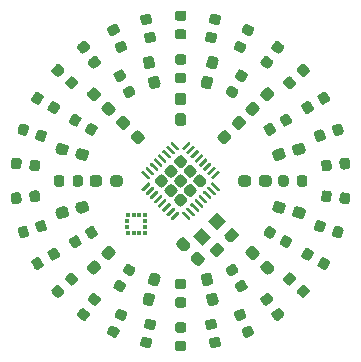
<source format=gtp>
G04 #@! TF.GenerationSoftware,KiCad,Pcbnew,5.1.6*
G04 #@! TF.CreationDate,2020-08-03T21:51:23+02:00*
G04 #@! TF.ProjectId,AnalogWatch,416e616c-6f67-4576-9174-63682e6b6963,rev?*
G04 #@! TF.SameCoordinates,Original*
G04 #@! TF.FileFunction,Paste,Top*
G04 #@! TF.FilePolarity,Positive*
%FSLAX46Y46*%
G04 Gerber Fmt 4.6, Leading zero omitted, Abs format (unit mm)*
G04 Created by KiCad (PCBNEW 5.1.6) date 2020-08-03 21:51:23*
%MOMM*%
%LPD*%
G01*
G04 APERTURE LIST*
%ADD10R,0.350000X0.375000*%
%ADD11R,0.375000X0.350000*%
%ADD12C,0.100000*%
G04 APERTURE END LIST*
D10*
X96515500Y-102921000D03*
X96015500Y-102921000D03*
X96515500Y-104446000D03*
X96015500Y-104446000D03*
X95515500Y-102921000D03*
X95515500Y-104446000D03*
X97015500Y-102921000D03*
X97015500Y-104446000D03*
D11*
X95503000Y-103433500D03*
X95503000Y-103933500D03*
X97028000Y-103933500D03*
X97028000Y-103433500D03*
G36*
G01*
X103915075Y-95774049D02*
X104250951Y-96109925D01*
G75*
G02*
X104250951Y-96445801I-167938J-167938D01*
G01*
X103844365Y-96852387D01*
G75*
G02*
X103508489Y-96852387I-167938J167938D01*
G01*
X103172613Y-96516511D01*
G75*
G02*
X103172613Y-96180635I167938J167938D01*
G01*
X103579199Y-95774049D01*
G75*
G02*
X103915075Y-95774049I167938J-167938D01*
G01*
G37*
G36*
G01*
X105152511Y-94536613D02*
X105488387Y-94872489D01*
G75*
G02*
X105488387Y-95208365I-167938J-167938D01*
G01*
X105081801Y-95614951D01*
G75*
G02*
X104745925Y-95614951I-167938J167938D01*
G01*
X104410049Y-95279075D01*
G75*
G02*
X104410049Y-94943199I167938J167938D01*
G01*
X104816635Y-94536613D01*
G75*
G02*
X105152511Y-94536613I167938J-167938D01*
G01*
G37*
G36*
G01*
X99743750Y-113550000D02*
X100256250Y-113550000D01*
G75*
G02*
X100475000Y-113768750I0J-218750D01*
G01*
X100475000Y-114206250D01*
G75*
G02*
X100256250Y-114425000I-218750J0D01*
G01*
X99743750Y-114425000D01*
G75*
G02*
X99525000Y-114206250I0J218750D01*
G01*
X99525000Y-113768750D01*
G75*
G02*
X99743750Y-113550000I218750J0D01*
G01*
G37*
G36*
G01*
X99743750Y-111975000D02*
X100256250Y-111975000D01*
G75*
G02*
X100475000Y-112193750I0J-218750D01*
G01*
X100475000Y-112631250D01*
G75*
G02*
X100256250Y-112850000I-218750J0D01*
G01*
X99743750Y-112850000D01*
G75*
G02*
X99525000Y-112631250I0J218750D01*
G01*
X99525000Y-112193750D01*
G75*
G02*
X99743750Y-111975000I218750J0D01*
G01*
G37*
G36*
G01*
X112966001Y-96056528D02*
X112807630Y-95569111D01*
G75*
G02*
X112948077Y-95293470I208044J67597D01*
G01*
X113364164Y-95158275D01*
G75*
G02*
X113639805Y-95298722I67597J-208044D01*
G01*
X113798176Y-95786139D01*
G75*
G02*
X113657729Y-96061780I-208044J-67597D01*
G01*
X113241642Y-96196975D01*
G75*
G02*
X112966001Y-96056528I-67597J208044D01*
G01*
G37*
G36*
G01*
X111468087Y-96543230D02*
X111309716Y-96055813D01*
G75*
G02*
X111450163Y-95780172I208044J67597D01*
G01*
X111866250Y-95644977D01*
G75*
G02*
X112141891Y-95785424I67597J-208044D01*
G01*
X112300262Y-96272841D01*
G75*
G02*
X112159815Y-96548482I-208044J-67597D01*
G01*
X111743728Y-96683677D01*
G75*
G02*
X111468087Y-96543230I-67597J208044D01*
G01*
G37*
G36*
G01*
X110498779Y-94234419D02*
X110242529Y-93790581D01*
G75*
G02*
X110322597Y-93491763I189443J109375D01*
G01*
X110701483Y-93273013D01*
G75*
G02*
X111000301Y-93353081I109375J-189443D01*
G01*
X111256551Y-93796919D01*
G75*
G02*
X111176483Y-94095737I-189443J-109375D01*
G01*
X110797597Y-94314487D01*
G75*
G02*
X110498779Y-94234419I-109375J189443D01*
G01*
G37*
G36*
G01*
X111862769Y-93446919D02*
X111606519Y-93003081D01*
G75*
G02*
X111686587Y-92704263I189443J109375D01*
G01*
X112065473Y-92485513D01*
G75*
G02*
X112364291Y-92565581I109375J-189443D01*
G01*
X112620541Y-93009419D01*
G75*
G02*
X112540473Y-93308237I-189443J-109375D01*
G01*
X112161587Y-93526987D01*
G75*
G02*
X111862769Y-93446919I-109375J189443D01*
G01*
G37*
G36*
G01*
X110241078Y-91123712D02*
X109898148Y-90742849D01*
G75*
G02*
X109914339Y-90433914I162563J146372D01*
G01*
X110239465Y-90141170D01*
G75*
G02*
X110548400Y-90157361I146372J-162563D01*
G01*
X110891330Y-90538223D01*
G75*
G02*
X110875139Y-90847158I-162563J-146372D01*
G01*
X110550013Y-91139902D01*
G75*
G02*
X110241078Y-91123711I-146372J162563D01*
G01*
G37*
G36*
G01*
X109070624Y-92177592D02*
X108727694Y-91796729D01*
G75*
G02*
X108743885Y-91487794I162563J146372D01*
G01*
X109069011Y-91195050D01*
G75*
G02*
X109377946Y-91211241I146372J-162563D01*
G01*
X109720876Y-91592103D01*
G75*
G02*
X109704685Y-91901038I-162563J-146372D01*
G01*
X109379559Y-92193782D01*
G75*
G02*
X109070624Y-92177591I-146372J162563D01*
G01*
G37*
G36*
G01*
X107246039Y-90462642D02*
X106831417Y-90161401D01*
G75*
G02*
X106783023Y-89855851I128578J176972D01*
G01*
X107040179Y-89501907D01*
G75*
G02*
X107345729Y-89453513I176972J-128578D01*
G01*
X107760351Y-89754753D01*
G75*
G02*
X107808745Y-90060303I-128578J-176972D01*
G01*
X107551589Y-90414247D01*
G75*
G02*
X107246039Y-90462641I-176972J128578D01*
G01*
G37*
G36*
G01*
X108171801Y-89188440D02*
X107757179Y-88887199D01*
G75*
G02*
X107708785Y-88581649I128578J176972D01*
G01*
X107965941Y-88227705D01*
G75*
G02*
X108271491Y-88179311I176972J-128578D01*
G01*
X108686113Y-88480551D01*
G75*
G02*
X108734507Y-88786101I-128578J-176972D01*
G01*
X108477351Y-89140045D01*
G75*
G02*
X108171801Y-89188439I-176972J128578D01*
G01*
G37*
G36*
G01*
X105745378Y-87725685D02*
X105277185Y-87517233D01*
G75*
G02*
X105166321Y-87228421I88974J199838D01*
G01*
X105344269Y-86828745D01*
G75*
G02*
X105633081Y-86717881I199838J-88974D01*
G01*
X106101273Y-86926333D01*
G75*
G02*
X106212137Y-87215145I-88974J-199838D01*
G01*
X106034189Y-87614821D01*
G75*
G02*
X105745377Y-87725685I-199838J88974D01*
G01*
G37*
G36*
G01*
X105104768Y-89164519D02*
X104636575Y-88956067D01*
G75*
G02*
X104525711Y-88667255I88974J199838D01*
G01*
X104703659Y-88267579D01*
G75*
G02*
X104992471Y-88156715I199838J-88974D01*
G01*
X105460663Y-88365167D01*
G75*
G02*
X105571527Y-88653979I-88974J-199838D01*
G01*
X105393579Y-89053655D01*
G75*
G02*
X105104767Y-89164519I-199838J88974D01*
G01*
G37*
G36*
G01*
X102740393Y-88339960D02*
X102239092Y-88233405D01*
G75*
G02*
X102070603Y-87973954I45481J213970D01*
G01*
X102161564Y-87546015D01*
G75*
G02*
X102421015Y-87377526I213970J-45481D01*
G01*
X102922316Y-87484081D01*
G75*
G02*
X103090805Y-87743532I-45481J-213970D01*
G01*
X102999844Y-88171471D01*
G75*
G02*
X102740393Y-88339960I-213970J45481D01*
G01*
G37*
G36*
G01*
X103067853Y-86799378D02*
X102566552Y-86692823D01*
G75*
G02*
X102398063Y-86433372I45481J213970D01*
G01*
X102489024Y-86005433D01*
G75*
G02*
X102748475Y-85836944I213970J-45481D01*
G01*
X103249776Y-85943499D01*
G75*
G02*
X103418265Y-86202950I-45481J-213970D01*
G01*
X103327304Y-86630889D01*
G75*
G02*
X103067853Y-86799378I-213970J45481D01*
G01*
G37*
G36*
G01*
X100256250Y-88025000D02*
X99743750Y-88025000D01*
G75*
G02*
X99525000Y-87806250I0J218750D01*
G01*
X99525000Y-87368750D01*
G75*
G02*
X99743750Y-87150000I218750J0D01*
G01*
X100256250Y-87150000D01*
G75*
G02*
X100475000Y-87368750I0J-218750D01*
G01*
X100475000Y-87806250D01*
G75*
G02*
X100256250Y-88025000I-218750J0D01*
G01*
G37*
G36*
G01*
X100256250Y-86450000D02*
X99743750Y-86450000D01*
G75*
G02*
X99525000Y-86231250I0J218750D01*
G01*
X99525000Y-85793750D01*
G75*
G02*
X99743750Y-85575000I218750J0D01*
G01*
X100256250Y-85575000D01*
G75*
G02*
X100475000Y-85793750I0J-218750D01*
G01*
X100475000Y-86231250D01*
G75*
G02*
X100256250Y-86450000I-218750J0D01*
G01*
G37*
G36*
G01*
X97433448Y-86692823D02*
X96932147Y-86799378D01*
G75*
G02*
X96672696Y-86630889I-45481J213970D01*
G01*
X96581735Y-86202950D01*
G75*
G02*
X96750224Y-85943499I213970J45481D01*
G01*
X97251525Y-85836944D01*
G75*
G02*
X97510976Y-86005433I45481J-213970D01*
G01*
X97601937Y-86433372D01*
G75*
G02*
X97433448Y-86692823I-213970J-45481D01*
G01*
G37*
G36*
G01*
X97760908Y-88233405D02*
X97259607Y-88339960D01*
G75*
G02*
X97000156Y-88171471I-45481J213970D01*
G01*
X96909195Y-87743532D01*
G75*
G02*
X97077684Y-87484081I213970J45481D01*
G01*
X97578985Y-87377526D01*
G75*
G02*
X97838436Y-87546015I45481J-213970D01*
G01*
X97929397Y-87973954D01*
G75*
G02*
X97760908Y-88233405I-213970J-45481D01*
G01*
G37*
G36*
G01*
X95363424Y-88956067D02*
X94895233Y-89164519D01*
G75*
G02*
X94606421Y-89053655I-88974J199838D01*
G01*
X94428473Y-88653979D01*
G75*
G02*
X94539337Y-88365167I199838J88974D01*
G01*
X95007529Y-88156715D01*
G75*
G02*
X95296341Y-88267579I88974J-199838D01*
G01*
X95474289Y-88667255D01*
G75*
G02*
X95363425Y-88956067I-199838J-88974D01*
G01*
G37*
G36*
G01*
X94722814Y-87517233D02*
X94254623Y-87725685D01*
G75*
G02*
X93965811Y-87614821I-88974J199838D01*
G01*
X93787863Y-87215145D01*
G75*
G02*
X93898727Y-86926333I199838J88974D01*
G01*
X94366919Y-86717881D01*
G75*
G02*
X94655731Y-86828745I88974J-199838D01*
G01*
X94833679Y-87228421D01*
G75*
G02*
X94722815Y-87517233I-199838J-88974D01*
G01*
G37*
G36*
G01*
X102566552Y-113307177D02*
X103067853Y-113200622D01*
G75*
G02*
X103327304Y-113369111I45481J-213970D01*
G01*
X103418265Y-113797050D01*
G75*
G02*
X103249776Y-114056501I-213970J-45481D01*
G01*
X102748475Y-114163056D01*
G75*
G02*
X102489024Y-113994567I-45481J213970D01*
G01*
X102398063Y-113566628D01*
G75*
G02*
X102566552Y-113307177I213970J45481D01*
G01*
G37*
G36*
G01*
X102239092Y-111766595D02*
X102740393Y-111660040D01*
G75*
G02*
X102999844Y-111828529I45481J-213970D01*
G01*
X103090805Y-112256468D01*
G75*
G02*
X102922316Y-112515919I-213970J-45481D01*
G01*
X102421015Y-112622474D01*
G75*
G02*
X102161564Y-112453985I-45481J213970D01*
G01*
X102070603Y-112026046D01*
G75*
G02*
X102239092Y-111766595I213970J45481D01*
G01*
G37*
G36*
G01*
X104636576Y-111043933D02*
X105104767Y-110835481D01*
G75*
G02*
X105393579Y-110946345I88974J-199838D01*
G01*
X105571527Y-111346021D01*
G75*
G02*
X105460663Y-111634833I-199838J-88974D01*
G01*
X104992471Y-111843285D01*
G75*
G02*
X104703659Y-111732421I-88974J199838D01*
G01*
X104525711Y-111332745D01*
G75*
G02*
X104636575Y-111043933I199838J88974D01*
G01*
G37*
G36*
G01*
X105277186Y-112482767D02*
X105745377Y-112274315D01*
G75*
G02*
X106034189Y-112385179I88974J-199838D01*
G01*
X106212137Y-112784855D01*
G75*
G02*
X106101273Y-113073667I-199838J-88974D01*
G01*
X105633081Y-113282119D01*
G75*
G02*
X105344269Y-113171255I-88974J199838D01*
G01*
X105166321Y-112771579D01*
G75*
G02*
X105277185Y-112482767I199838J88974D01*
G01*
G37*
G36*
G01*
X107757179Y-111112800D02*
X108171801Y-110811561D01*
G75*
G02*
X108477351Y-110859955I128578J-176972D01*
G01*
X108734507Y-111213899D01*
G75*
G02*
X108686113Y-111519449I-176972J-128578D01*
G01*
X108271491Y-111820689D01*
G75*
G02*
X107965941Y-111772295I-128578J176972D01*
G01*
X107708785Y-111418351D01*
G75*
G02*
X107757179Y-111112801I176972J128578D01*
G01*
G37*
G36*
G01*
X106831417Y-109838598D02*
X107246039Y-109537359D01*
G75*
G02*
X107551589Y-109585753I128578J-176972D01*
G01*
X107808745Y-109939697D01*
G75*
G02*
X107760351Y-110245247I-176972J-128578D01*
G01*
X107345729Y-110546487D01*
G75*
G02*
X107040179Y-110498093I-128578J176972D01*
G01*
X106783023Y-110144149D01*
G75*
G02*
X106831417Y-109838599I176972J128578D01*
G01*
G37*
G36*
G01*
X108727694Y-108203270D02*
X109070624Y-107822409D01*
G75*
G02*
X109379559Y-107806218I162563J-146372D01*
G01*
X109704685Y-108098962D01*
G75*
G02*
X109720876Y-108407897I-146372J-162563D01*
G01*
X109377946Y-108788759D01*
G75*
G02*
X109069011Y-108804950I-162563J146372D01*
G01*
X108743885Y-108512206D01*
G75*
G02*
X108727694Y-108203271I146372J162563D01*
G01*
G37*
G36*
G01*
X109898148Y-109257150D02*
X110241078Y-108876289D01*
G75*
G02*
X110550013Y-108860098I162563J-146372D01*
G01*
X110875139Y-109152842D01*
G75*
G02*
X110891330Y-109461777I-146372J-162563D01*
G01*
X110548400Y-109842639D01*
G75*
G02*
X110239465Y-109858830I-162563J146372D01*
G01*
X109914339Y-109566086D01*
G75*
G02*
X109898148Y-109257151I146372J162563D01*
G01*
G37*
G36*
G01*
X111606519Y-106996919D02*
X111862769Y-106553081D01*
G75*
G02*
X112161587Y-106473013I189443J-109375D01*
G01*
X112540473Y-106691763D01*
G75*
G02*
X112620541Y-106990581I-109375J-189443D01*
G01*
X112364291Y-107434419D01*
G75*
G02*
X112065473Y-107514487I-189443J109375D01*
G01*
X111686587Y-107295737D01*
G75*
G02*
X111606519Y-106996919I109375J189443D01*
G01*
G37*
G36*
G01*
X110242529Y-106209419D02*
X110498779Y-105765581D01*
G75*
G02*
X110797597Y-105685513I189443J-109375D01*
G01*
X111176483Y-105904263D01*
G75*
G02*
X111256551Y-106203081I-109375J-189443D01*
G01*
X111000301Y-106646919D01*
G75*
G02*
X110701483Y-106726987I-189443J109375D01*
G01*
X110322597Y-106508237D01*
G75*
G02*
X110242529Y-106209419I109375J189443D01*
G01*
G37*
G36*
G01*
X111309716Y-103944186D02*
X111468087Y-103456770D01*
G75*
G02*
X111743728Y-103316323I208044J-67597D01*
G01*
X112159815Y-103451518D01*
G75*
G02*
X112300262Y-103727159I-67597J-208044D01*
G01*
X112141891Y-104214576D01*
G75*
G02*
X111866250Y-104355023I-208044J67597D01*
G01*
X111450163Y-104219828D01*
G75*
G02*
X111309716Y-103944187I67597J208044D01*
G01*
G37*
G36*
G01*
X112807630Y-104430888D02*
X112966001Y-103943472D01*
G75*
G02*
X113241642Y-103803025I208044J-67597D01*
G01*
X113657729Y-103938220D01*
G75*
G02*
X113798176Y-104213861I-67597J-208044D01*
G01*
X113639805Y-104701278D01*
G75*
G02*
X113364164Y-104841725I-208044J67597D01*
G01*
X112948077Y-104706530D01*
G75*
G02*
X112807630Y-104430889I67597J208044D01*
G01*
G37*
G36*
G01*
X111882614Y-101506575D02*
X111936185Y-100996882D01*
G75*
G02*
X112176603Y-100802196I217552J-22866D01*
G01*
X112611706Y-100847927D01*
G75*
G02*
X112806392Y-101088345I-22866J-217552D01*
G01*
X112752821Y-101598038D01*
G75*
G02*
X112512403Y-101792724I-217552J22866D01*
G01*
X112077300Y-101746993D01*
G75*
G02*
X111882614Y-101506575I22866J217552D01*
G01*
G37*
G36*
G01*
X113448986Y-101671207D02*
X113502557Y-101161514D01*
G75*
G02*
X113742975Y-100966828I217552J-22866D01*
G01*
X114178078Y-101012559D01*
G75*
G02*
X114372764Y-101252977I-22866J-217552D01*
G01*
X114319193Y-101762670D01*
G75*
G02*
X114078775Y-101957356I-217552J22866D01*
G01*
X113643672Y-101911625D01*
G75*
G02*
X113448986Y-101671207I22866J217552D01*
G01*
G37*
G36*
G01*
X111936185Y-99003117D02*
X111882614Y-98493425D01*
G75*
G02*
X112077300Y-98253007I217552J22866D01*
G01*
X112512403Y-98207276D01*
G75*
G02*
X112752821Y-98401962I22866J-217552D01*
G01*
X112806392Y-98911655D01*
G75*
G02*
X112611706Y-99152073I-217552J-22866D01*
G01*
X112176603Y-99197804D01*
G75*
G02*
X111936185Y-99003118I-22866J217552D01*
G01*
G37*
G36*
G01*
X113502557Y-98838485D02*
X113448986Y-98328793D01*
G75*
G02*
X113643672Y-98088375I217552J22866D01*
G01*
X114078775Y-98042644D01*
G75*
G02*
X114319193Y-98237330I22866J-217552D01*
G01*
X114372764Y-98747023D01*
G75*
G02*
X114178078Y-98987441I-217552J-22866D01*
G01*
X113742975Y-99033172D01*
G75*
G02*
X113502557Y-98838486I-22866J217552D01*
G01*
G37*
G36*
G01*
X87033999Y-103943472D02*
X87192370Y-104430889D01*
G75*
G02*
X87051923Y-104706530I-208044J-67597D01*
G01*
X86635836Y-104841725D01*
G75*
G02*
X86360195Y-104701278I-67597J208044D01*
G01*
X86201824Y-104213861D01*
G75*
G02*
X86342271Y-103938220I208044J67597D01*
G01*
X86758358Y-103803025D01*
G75*
G02*
X87033999Y-103943472I67597J-208044D01*
G01*
G37*
G36*
G01*
X88531913Y-103456770D02*
X88690284Y-103944187D01*
G75*
G02*
X88549837Y-104219828I-208044J-67597D01*
G01*
X88133750Y-104355023D01*
G75*
G02*
X87858109Y-104214576I-67597J208044D01*
G01*
X87699738Y-103727159D01*
G75*
G02*
X87840185Y-103451518I208044J67597D01*
G01*
X88256272Y-103316323D01*
G75*
G02*
X88531913Y-103456770I67597J-208044D01*
G01*
G37*
G36*
G01*
X89501221Y-105765581D02*
X89757471Y-106209419D01*
G75*
G02*
X89677403Y-106508237I-189443J-109375D01*
G01*
X89298517Y-106726987D01*
G75*
G02*
X88999699Y-106646919I-109375J189443D01*
G01*
X88743449Y-106203081D01*
G75*
G02*
X88823517Y-105904263I189443J109375D01*
G01*
X89202403Y-105685513D01*
G75*
G02*
X89501221Y-105765581I109375J-189443D01*
G01*
G37*
G36*
G01*
X88137231Y-106553081D02*
X88393481Y-106996919D01*
G75*
G02*
X88313413Y-107295737I-189443J-109375D01*
G01*
X87934527Y-107514487D01*
G75*
G02*
X87635709Y-107434419I-109375J189443D01*
G01*
X87379459Y-106990581D01*
G75*
G02*
X87459527Y-106691763I189443J109375D01*
G01*
X87838413Y-106473013D01*
G75*
G02*
X88137231Y-106553081I109375J-189443D01*
G01*
G37*
G36*
G01*
X89758922Y-108876288D02*
X90101852Y-109257151D01*
G75*
G02*
X90085661Y-109566086I-162563J-146372D01*
G01*
X89760535Y-109858830D01*
G75*
G02*
X89451600Y-109842639I-146372J162563D01*
G01*
X89108670Y-109461777D01*
G75*
G02*
X89124861Y-109152842I162563J146372D01*
G01*
X89449987Y-108860098D01*
G75*
G02*
X89758922Y-108876289I146372J-162563D01*
G01*
G37*
G36*
G01*
X90929376Y-107822408D02*
X91272306Y-108203271D01*
G75*
G02*
X91256115Y-108512206I-162563J-146372D01*
G01*
X90930989Y-108804950D01*
G75*
G02*
X90622054Y-108788759I-146372J162563D01*
G01*
X90279124Y-108407897D01*
G75*
G02*
X90295315Y-108098962I162563J146372D01*
G01*
X90620441Y-107806218D01*
G75*
G02*
X90929376Y-107822409I146372J-162563D01*
G01*
G37*
G36*
G01*
X92753961Y-109537358D02*
X93168583Y-109838599D01*
G75*
G02*
X93216977Y-110144149I-128578J-176972D01*
G01*
X92959821Y-110498093D01*
G75*
G02*
X92654271Y-110546487I-176972J128578D01*
G01*
X92239649Y-110245247D01*
G75*
G02*
X92191255Y-109939697I128578J176972D01*
G01*
X92448411Y-109585753D01*
G75*
G02*
X92753961Y-109537359I176972J-128578D01*
G01*
G37*
G36*
G01*
X91828199Y-110811560D02*
X92242821Y-111112801D01*
G75*
G02*
X92291215Y-111418351I-128578J-176972D01*
G01*
X92034059Y-111772295D01*
G75*
G02*
X91728509Y-111820689I-176972J128578D01*
G01*
X91313887Y-111519449D01*
G75*
G02*
X91265493Y-111213899I128578J176972D01*
G01*
X91522649Y-110859955D01*
G75*
G02*
X91828199Y-110811561I176972J-128578D01*
G01*
G37*
G36*
G01*
X94254622Y-112274315D02*
X94722815Y-112482767D01*
G75*
G02*
X94833679Y-112771579I-88974J-199838D01*
G01*
X94655731Y-113171255D01*
G75*
G02*
X94366919Y-113282119I-199838J88974D01*
G01*
X93898727Y-113073667D01*
G75*
G02*
X93787863Y-112784855I88974J199838D01*
G01*
X93965811Y-112385179D01*
G75*
G02*
X94254623Y-112274315I199838J-88974D01*
G01*
G37*
G36*
G01*
X94895232Y-110835481D02*
X95363425Y-111043933D01*
G75*
G02*
X95474289Y-111332745I-88974J-199838D01*
G01*
X95296341Y-111732421D01*
G75*
G02*
X95007529Y-111843285I-199838J88974D01*
G01*
X94539337Y-111634833D01*
G75*
G02*
X94428473Y-111346021I88974J199838D01*
G01*
X94606421Y-110946345D01*
G75*
G02*
X94895233Y-110835481I199838J-88974D01*
G01*
G37*
G36*
G01*
X96932147Y-113200622D02*
X97433448Y-113307177D01*
G75*
G02*
X97601937Y-113566628I-45481J-213970D01*
G01*
X97510976Y-113994567D01*
G75*
G02*
X97251525Y-114163056I-213970J45481D01*
G01*
X96750224Y-114056501D01*
G75*
G02*
X96581735Y-113797050I45481J213970D01*
G01*
X96672696Y-113369111D01*
G75*
G02*
X96932147Y-113200622I213970J-45481D01*
G01*
G37*
G36*
G01*
X97259607Y-111660040D02*
X97760908Y-111766595D01*
G75*
G02*
X97929397Y-112026046I-45481J-213970D01*
G01*
X97838436Y-112453985D01*
G75*
G02*
X97578985Y-112622474I-213970J45481D01*
G01*
X97077684Y-112515919D01*
G75*
G02*
X96909195Y-112256468I45481J213970D01*
G01*
X97000156Y-111828529D01*
G75*
G02*
X97259607Y-111660040I213970J-45481D01*
G01*
G37*
G36*
G01*
X93168583Y-90161402D02*
X92753961Y-90462641D01*
G75*
G02*
X92448411Y-90414247I-128578J176972D01*
G01*
X92191255Y-90060303D01*
G75*
G02*
X92239649Y-89754753I176972J128578D01*
G01*
X92654271Y-89453513D01*
G75*
G02*
X92959821Y-89501907I128578J-176972D01*
G01*
X93216977Y-89855851D01*
G75*
G02*
X93168583Y-90161401I-176972J-128578D01*
G01*
G37*
G36*
G01*
X92242821Y-88887200D02*
X91828199Y-89188439D01*
G75*
G02*
X91522649Y-89140045I-128578J176972D01*
G01*
X91265493Y-88786101D01*
G75*
G02*
X91313887Y-88480551I176972J128578D01*
G01*
X91728509Y-88179311D01*
G75*
G02*
X92034059Y-88227705I128578J-176972D01*
G01*
X92291215Y-88581649D01*
G75*
G02*
X92242821Y-88887199I-176972J-128578D01*
G01*
G37*
G36*
G01*
X90101852Y-90742850D02*
X89758922Y-91123711D01*
G75*
G02*
X89449987Y-91139902I-162563J146372D01*
G01*
X89124861Y-90847158D01*
G75*
G02*
X89108670Y-90538223I146372J162563D01*
G01*
X89451600Y-90157361D01*
G75*
G02*
X89760535Y-90141170I162563J-146372D01*
G01*
X90085661Y-90433914D01*
G75*
G02*
X90101852Y-90742849I-146372J-162563D01*
G01*
G37*
G36*
G01*
X91272306Y-91796730D02*
X90929376Y-92177591D01*
G75*
G02*
X90620441Y-92193782I-162563J146372D01*
G01*
X90295315Y-91901038D01*
G75*
G02*
X90279124Y-91592103I146372J162563D01*
G01*
X90622054Y-91211241D01*
G75*
G02*
X90930989Y-91195050I162563J-146372D01*
G01*
X91256115Y-91487794D01*
G75*
G02*
X91272306Y-91796729I-146372J-162563D01*
G01*
G37*
G36*
G01*
X89757471Y-93790581D02*
X89501221Y-94234419D01*
G75*
G02*
X89202403Y-94314487I-189443J109375D01*
G01*
X88823517Y-94095737D01*
G75*
G02*
X88743449Y-93796919I109375J189443D01*
G01*
X88999699Y-93353081D01*
G75*
G02*
X89298517Y-93273013I189443J-109375D01*
G01*
X89677403Y-93491763D01*
G75*
G02*
X89757471Y-93790581I-109375J-189443D01*
G01*
G37*
G36*
G01*
X88393481Y-93003081D02*
X88137231Y-93446919D01*
G75*
G02*
X87838413Y-93526987I-189443J109375D01*
G01*
X87459527Y-93308237D01*
G75*
G02*
X87379459Y-93009419I109375J189443D01*
G01*
X87635709Y-92565581D01*
G75*
G02*
X87934527Y-92485513I189443J-109375D01*
G01*
X88313413Y-92704263D01*
G75*
G02*
X88393481Y-93003081I-109375J-189443D01*
G01*
G37*
G36*
G01*
X87192370Y-95569112D02*
X87033999Y-96056528D01*
G75*
G02*
X86758358Y-96196975I-208044J67597D01*
G01*
X86342271Y-96061780D01*
G75*
G02*
X86201824Y-95786139I67597J208044D01*
G01*
X86360195Y-95298722D01*
G75*
G02*
X86635836Y-95158275I208044J-67597D01*
G01*
X87051923Y-95293470D01*
G75*
G02*
X87192370Y-95569111I-67597J-208044D01*
G01*
G37*
G36*
G01*
X88690284Y-96055814D02*
X88531913Y-96543230D01*
G75*
G02*
X88256272Y-96683677I-208044J67597D01*
G01*
X87840185Y-96548482D01*
G75*
G02*
X87699738Y-96272841I67597J208044D01*
G01*
X87858109Y-95785424D01*
G75*
G02*
X88133750Y-95644977I208044J-67597D01*
G01*
X88549837Y-95780172D01*
G75*
G02*
X88690284Y-96055813I-67597J-208044D01*
G01*
G37*
G36*
G01*
X86551014Y-98328793D02*
X86497443Y-98838486D01*
G75*
G02*
X86257025Y-99033172I-217552J22866D01*
G01*
X85821922Y-98987441D01*
G75*
G02*
X85627236Y-98747023I22866J217552D01*
G01*
X85680807Y-98237330D01*
G75*
G02*
X85921225Y-98042644I217552J-22866D01*
G01*
X86356328Y-98088375D01*
G75*
G02*
X86551014Y-98328793I-22866J-217552D01*
G01*
G37*
G36*
G01*
X88117386Y-98493425D02*
X88063815Y-99003118D01*
G75*
G02*
X87823397Y-99197804I-217552J22866D01*
G01*
X87388294Y-99152073D01*
G75*
G02*
X87193608Y-98911655I22866J217552D01*
G01*
X87247179Y-98401962D01*
G75*
G02*
X87487597Y-98207276I217552J-22866D01*
G01*
X87922700Y-98253007D01*
G75*
G02*
X88117386Y-98493425I-22866J-217552D01*
G01*
G37*
G36*
G01*
X88063815Y-100996883D02*
X88117386Y-101506575D01*
G75*
G02*
X87922700Y-101746993I-217552J-22866D01*
G01*
X87487597Y-101792724D01*
G75*
G02*
X87247179Y-101598038I-22866J217552D01*
G01*
X87193608Y-101088345D01*
G75*
G02*
X87388294Y-100847927I217552J22866D01*
G01*
X87823397Y-100802196D01*
G75*
G02*
X88063815Y-100996882I22866J-217552D01*
G01*
G37*
G36*
G01*
X86497443Y-101161515D02*
X86551014Y-101671207D01*
G75*
G02*
X86356328Y-101911625I-217552J-22866D01*
G01*
X85921225Y-101957356D01*
G75*
G02*
X85680807Y-101762670I-22866J217552D01*
G01*
X85627236Y-101252977D01*
G75*
G02*
X85821922Y-101012559I217552J22866D01*
G01*
X86257025Y-100966828D01*
G75*
G02*
X86497443Y-101161514I22866J-217552D01*
G01*
G37*
G36*
G01*
X107294485Y-96084419D02*
X107038235Y-95640581D01*
G75*
G02*
X107118303Y-95341763I189443J109375D01*
G01*
X107497189Y-95123013D01*
G75*
G02*
X107796007Y-95203081I109375J-189443D01*
G01*
X108052257Y-95646919D01*
G75*
G02*
X107972189Y-95945737I-189443J-109375D01*
G01*
X107593303Y-96164487D01*
G75*
G02*
X107294485Y-96084419I-109375J189443D01*
G01*
G37*
G36*
G01*
X108658475Y-95296919D02*
X108402225Y-94853081D01*
G75*
G02*
X108482293Y-94554263I189443J109375D01*
G01*
X108861179Y-94335513D01*
G75*
G02*
X109159997Y-94415581I109375J-189443D01*
G01*
X109416247Y-94859419D01*
G75*
G02*
X109336179Y-95158237I-189443J-109375D01*
G01*
X108957293Y-95376987D01*
G75*
G02*
X108658475Y-95296919I-109375J189443D01*
G01*
G37*
G36*
G01*
X105146919Y-91597775D02*
X104703081Y-91341525D01*
G75*
G02*
X104623013Y-91042707I109375J189443D01*
G01*
X104841763Y-90663821D01*
G75*
G02*
X105140581Y-90583753I189443J-109375D01*
G01*
X105584419Y-90840003D01*
G75*
G02*
X105664487Y-91138821I-109375J-189443D01*
G01*
X105445737Y-91517707D01*
G75*
G02*
X105146919Y-91597775I-189443J109375D01*
G01*
G37*
G36*
G01*
X104359419Y-92961765D02*
X103915581Y-92705515D01*
G75*
G02*
X103835513Y-92406697I109375J189443D01*
G01*
X104054263Y-92027811D01*
G75*
G02*
X104353081Y-91947743I189443J-109375D01*
G01*
X104796919Y-92203993D01*
G75*
G02*
X104876987Y-92502811I-109375J-189443D01*
G01*
X104658237Y-92881697D01*
G75*
G02*
X104359419Y-92961765I-189443J109375D01*
G01*
G37*
G36*
G01*
X100256250Y-90150000D02*
X99743750Y-90150000D01*
G75*
G02*
X99525000Y-89931250I0J218750D01*
G01*
X99525000Y-89493750D01*
G75*
G02*
X99743750Y-89275000I218750J0D01*
G01*
X100256250Y-89275000D01*
G75*
G02*
X100475000Y-89493750I0J-218750D01*
G01*
X100475000Y-89931250D01*
G75*
G02*
X100256250Y-90150000I-218750J0D01*
G01*
G37*
G36*
G01*
X100256250Y-91725000D02*
X99743750Y-91725000D01*
G75*
G02*
X99525000Y-91506250I0J218750D01*
G01*
X99525000Y-91068750D01*
G75*
G02*
X99743750Y-90850000I218750J0D01*
G01*
X100256250Y-90850000D01*
G75*
G02*
X100475000Y-91068750I0J-218750D01*
G01*
X100475000Y-91506250D01*
G75*
G02*
X100256250Y-91725000I-218750J0D01*
G01*
G37*
G36*
G01*
X103915581Y-107294485D02*
X104359419Y-107038235D01*
G75*
G02*
X104658237Y-107118303I109375J-189443D01*
G01*
X104876987Y-107497189D01*
G75*
G02*
X104796919Y-107796007I-189443J-109375D01*
G01*
X104353081Y-108052257D01*
G75*
G02*
X104054263Y-107972189I-109375J189443D01*
G01*
X103835513Y-107593303D01*
G75*
G02*
X103915581Y-107294485I189443J109375D01*
G01*
G37*
G36*
G01*
X104703081Y-108658475D02*
X105146919Y-108402225D01*
G75*
G02*
X105445737Y-108482293I109375J-189443D01*
G01*
X105664487Y-108861179D01*
G75*
G02*
X105584419Y-109159997I-189443J-109375D01*
G01*
X105140581Y-109416247D01*
G75*
G02*
X104841763Y-109336179I-109375J189443D01*
G01*
X104623013Y-108957293D01*
G75*
G02*
X104703081Y-108658475I189443J109375D01*
G01*
G37*
G36*
G01*
X108402225Y-105146919D02*
X108658475Y-104703081D01*
G75*
G02*
X108957293Y-104623013I189443J-109375D01*
G01*
X109336179Y-104841763D01*
G75*
G02*
X109416247Y-105140581I-109375J-189443D01*
G01*
X109159997Y-105584419D01*
G75*
G02*
X108861179Y-105664487I-189443J109375D01*
G01*
X108482293Y-105445737D01*
G75*
G02*
X108402225Y-105146919I109375J189443D01*
G01*
G37*
G36*
G01*
X107038235Y-104359419D02*
X107294485Y-103915581D01*
G75*
G02*
X107593303Y-103835513I189443J-109375D01*
G01*
X107972189Y-104054263D01*
G75*
G02*
X108052257Y-104353081I-109375J-189443D01*
G01*
X107796007Y-104796919D01*
G75*
G02*
X107497189Y-104876987I-189443J109375D01*
G01*
X107118303Y-104658237D01*
G75*
G02*
X107038235Y-104359419I109375J189443D01*
G01*
G37*
G36*
G01*
X109850000Y-100256250D02*
X109850000Y-99743750D01*
G75*
G02*
X110068750Y-99525000I218750J0D01*
G01*
X110506250Y-99525000D01*
G75*
G02*
X110725000Y-99743750I0J-218750D01*
G01*
X110725000Y-100256250D01*
G75*
G02*
X110506250Y-100475000I-218750J0D01*
G01*
X110068750Y-100475000D01*
G75*
G02*
X109850000Y-100256250I0J218750D01*
G01*
G37*
G36*
G01*
X108275000Y-100256250D02*
X108275000Y-99743750D01*
G75*
G02*
X108493750Y-99525000I218750J0D01*
G01*
X108931250Y-99525000D01*
G75*
G02*
X109150000Y-99743750I0J-218750D01*
G01*
X109150000Y-100256250D01*
G75*
G02*
X108931250Y-100475000I-218750J0D01*
G01*
X108493750Y-100475000D01*
G75*
G02*
X108275000Y-100256250I0J218750D01*
G01*
G37*
G36*
G01*
X91341525Y-104703081D02*
X91597775Y-105146919D01*
G75*
G02*
X91517707Y-105445737I-189443J-109375D01*
G01*
X91138821Y-105664487D01*
G75*
G02*
X90840003Y-105584419I-109375J189443D01*
G01*
X90583753Y-105140581D01*
G75*
G02*
X90663821Y-104841763I189443J109375D01*
G01*
X91042707Y-104623013D01*
G75*
G02*
X91341525Y-104703081I109375J-189443D01*
G01*
G37*
G36*
G01*
X92705515Y-103915581D02*
X92961765Y-104359419D01*
G75*
G02*
X92881697Y-104658237I-189443J-109375D01*
G01*
X92502811Y-104876987D01*
G75*
G02*
X92203993Y-104796919I-109375J189443D01*
G01*
X91947743Y-104353081D01*
G75*
G02*
X92027811Y-104054263I189443J109375D01*
G01*
X92406697Y-103835513D01*
G75*
G02*
X92705515Y-103915581I109375J-189443D01*
G01*
G37*
G36*
G01*
X95640581Y-107038235D02*
X96084419Y-107294485D01*
G75*
G02*
X96164487Y-107593303I-109375J-189443D01*
G01*
X95945737Y-107972189D01*
G75*
G02*
X95646919Y-108052257I-189443J109375D01*
G01*
X95203081Y-107796007D01*
G75*
G02*
X95123013Y-107497189I109375J189443D01*
G01*
X95341763Y-107118303D01*
G75*
G02*
X95640581Y-107038235I189443J-109375D01*
G01*
G37*
G36*
G01*
X94853081Y-108402225D02*
X95296919Y-108658475D01*
G75*
G02*
X95376987Y-108957293I-109375J-189443D01*
G01*
X95158237Y-109336179D01*
G75*
G02*
X94859419Y-109416247I-189443J109375D01*
G01*
X94415581Y-109159997D01*
G75*
G02*
X94335513Y-108861179I109375J189443D01*
G01*
X94554263Y-108482293D01*
G75*
G02*
X94853081Y-108402225I189443J-109375D01*
G01*
G37*
G36*
G01*
X99743750Y-109850000D02*
X100256250Y-109850000D01*
G75*
G02*
X100475000Y-110068750I0J-218750D01*
G01*
X100475000Y-110506250D01*
G75*
G02*
X100256250Y-110725000I-218750J0D01*
G01*
X99743750Y-110725000D01*
G75*
G02*
X99525000Y-110506250I0J218750D01*
G01*
X99525000Y-110068750D01*
G75*
G02*
X99743750Y-109850000I218750J0D01*
G01*
G37*
G36*
G01*
X99743750Y-108275000D02*
X100256250Y-108275000D01*
G75*
G02*
X100475000Y-108493750I0J-218750D01*
G01*
X100475000Y-108931250D01*
G75*
G02*
X100256250Y-109150000I-218750J0D01*
G01*
X99743750Y-109150000D01*
G75*
G02*
X99525000Y-108931250I0J218750D01*
G01*
X99525000Y-108493750D01*
G75*
G02*
X99743750Y-108275000I218750J0D01*
G01*
G37*
G36*
G01*
X95296919Y-91341525D02*
X94853081Y-91597775D01*
G75*
G02*
X94554263Y-91517707I-109375J189443D01*
G01*
X94335513Y-91138821D01*
G75*
G02*
X94415581Y-90840003I189443J109375D01*
G01*
X94859419Y-90583753D01*
G75*
G02*
X95158237Y-90663821I109375J-189443D01*
G01*
X95376987Y-91042707D01*
G75*
G02*
X95296919Y-91341525I-189443J-109375D01*
G01*
G37*
G36*
G01*
X96084419Y-92705515D02*
X95640581Y-92961765D01*
G75*
G02*
X95341763Y-92881697I-109375J189443D01*
G01*
X95123013Y-92502811D01*
G75*
G02*
X95203081Y-92203993I189443J109375D01*
G01*
X95646919Y-91947743D01*
G75*
G02*
X95945737Y-92027811I109375J-189443D01*
G01*
X96164487Y-92406697D01*
G75*
G02*
X96084419Y-92705515I-189443J-109375D01*
G01*
G37*
G36*
G01*
X92961765Y-95640581D02*
X92705515Y-96084419D01*
G75*
G02*
X92406697Y-96164487I-189443J109375D01*
G01*
X92027811Y-95945737D01*
G75*
G02*
X91947743Y-95646919I109375J189443D01*
G01*
X92203993Y-95203081D01*
G75*
G02*
X92502811Y-95123013I189443J-109375D01*
G01*
X92881697Y-95341763D01*
G75*
G02*
X92961765Y-95640581I-109375J-189443D01*
G01*
G37*
G36*
G01*
X91597775Y-94853081D02*
X91341525Y-95296919D01*
G75*
G02*
X91042707Y-95376987I-189443J109375D01*
G01*
X90663821Y-95158237D01*
G75*
G02*
X90583753Y-94859419I109375J189443D01*
G01*
X90840003Y-94415581D01*
G75*
G02*
X91138821Y-94335513I189443J-109375D01*
G01*
X91517707Y-94554263D01*
G75*
G02*
X91597775Y-94853081I-109375J-189443D01*
G01*
G37*
G36*
G01*
X91725000Y-99743750D02*
X91725000Y-100256250D01*
G75*
G02*
X91506250Y-100475000I-218750J0D01*
G01*
X91068750Y-100475000D01*
G75*
G02*
X90850000Y-100256250I0J218750D01*
G01*
X90850000Y-99743750D01*
G75*
G02*
X91068750Y-99525000I218750J0D01*
G01*
X91506250Y-99525000D01*
G75*
G02*
X91725000Y-99743750I0J-218750D01*
G01*
G37*
G36*
G01*
X90150000Y-99743750D02*
X90150000Y-100256250D01*
G75*
G02*
X89931250Y-100475000I-218750J0D01*
G01*
X89493750Y-100475000D01*
G75*
G02*
X89275000Y-100256250I0J218750D01*
G01*
X89275000Y-99743750D01*
G75*
G02*
X89493750Y-99525000I218750J0D01*
G01*
X89931250Y-99525000D01*
G75*
G02*
X90150000Y-99743750I0J-218750D01*
G01*
G37*
G36*
G01*
X96949465Y-89532878D02*
X97408279Y-89409940D01*
G75*
G02*
X97699156Y-89577877I61470J-229407D01*
G01*
X97847977Y-90133284D01*
G75*
G02*
X97680040Y-90424161I-229407J-61470D01*
G01*
X97221225Y-90547100D01*
G75*
G02*
X96930348Y-90379163I-61470J229407D01*
G01*
X96781527Y-89823756D01*
G75*
G02*
X96949464Y-89532879I229407J61470D01*
G01*
G37*
G36*
G01*
X97402399Y-91223248D02*
X97861213Y-91100310D01*
G75*
G02*
X98152090Y-91268247I61470J-229407D01*
G01*
X98300911Y-91823654D01*
G75*
G02*
X98132974Y-92114531I-229407J-61470D01*
G01*
X97674159Y-92237470D01*
G75*
G02*
X97383282Y-92069533I-61470J229407D01*
G01*
X97234461Y-91514126D01*
G75*
G02*
X97402398Y-91223249I229407J61470D01*
G01*
G37*
G36*
G01*
X102591721Y-89409939D02*
X103050536Y-89532879D01*
G75*
G02*
X103218473Y-89823756I-61470J-229407D01*
G01*
X103069652Y-90379163D01*
G75*
G02*
X102778775Y-90547100I-229407J61470D01*
G01*
X102319960Y-90424161D01*
G75*
G02*
X102152023Y-90133284I61470J229407D01*
G01*
X102300844Y-89577877D01*
G75*
G02*
X102591721Y-89409940I229407J-61470D01*
G01*
G37*
G36*
G01*
X102138787Y-91100309D02*
X102597602Y-91223249D01*
G75*
G02*
X102765539Y-91514126I-61470J-229407D01*
G01*
X102616718Y-92069533D01*
G75*
G02*
X102325841Y-92237470I-229407J61470D01*
G01*
X101867026Y-92114531D01*
G75*
G02*
X101699089Y-91823654I61470J229407D01*
G01*
X101847910Y-91268247D01*
G75*
G02*
X102138787Y-91100310I229407J-61470D01*
G01*
G37*
G36*
G01*
X106302089Y-93362035D02*
X106637965Y-93697911D01*
G75*
G02*
X106637965Y-94033787I-167938J-167938D01*
G01*
X106231379Y-94440373D01*
G75*
G02*
X105895503Y-94440373I-167938J167938D01*
G01*
X105559627Y-94104497D01*
G75*
G02*
X105559627Y-93768621I167938J167938D01*
G01*
X105966213Y-93362035D01*
G75*
G02*
X106302089Y-93362035I167938J-167938D01*
G01*
G37*
G36*
G01*
X107539525Y-92124599D02*
X107875401Y-92460475D01*
G75*
G02*
X107875401Y-92796351I-167938J-167938D01*
G01*
X107468815Y-93202937D01*
G75*
G02*
X107132939Y-93202937I-167938J167938D01*
G01*
X106797063Y-92867061D01*
G75*
G02*
X106797063Y-92531185I167938J167938D01*
G01*
X107203649Y-92124599D01*
G75*
G02*
X107539525Y-92124599I167938J-167938D01*
G01*
G37*
G36*
G01*
X108776752Y-97402399D02*
X108899690Y-97861213D01*
G75*
G02*
X108731753Y-98152090I-229407J-61470D01*
G01*
X108176346Y-98300911D01*
G75*
G02*
X107885469Y-98132974I-61470J229407D01*
G01*
X107762530Y-97674159D01*
G75*
G02*
X107930467Y-97383282I229407J61470D01*
G01*
X108485874Y-97234461D01*
G75*
G02*
X108776751Y-97402398I61470J-229407D01*
G01*
G37*
G36*
G01*
X110467122Y-96949465D02*
X110590060Y-97408279D01*
G75*
G02*
X110422123Y-97699156I-229407J-61470D01*
G01*
X109866716Y-97847977D01*
G75*
G02*
X109575839Y-97680040I-61470J229407D01*
G01*
X109452900Y-97221225D01*
G75*
G02*
X109620837Y-96930348I229407J61470D01*
G01*
X110176244Y-96781527D01*
G75*
G02*
X110467121Y-96949464I61470J-229407D01*
G01*
G37*
G36*
G01*
X107700000Y-99762500D02*
X107700000Y-100237500D01*
G75*
G02*
X107462500Y-100475000I-237500J0D01*
G01*
X106887500Y-100475000D01*
G75*
G02*
X106650000Y-100237500I0J237500D01*
G01*
X106650000Y-99762500D01*
G75*
G02*
X106887500Y-99525000I237500J0D01*
G01*
X107462500Y-99525000D01*
G75*
G02*
X107700000Y-99762500I0J-237500D01*
G01*
G37*
G36*
G01*
X105950000Y-99762500D02*
X105950000Y-100237500D01*
G75*
G02*
X105712500Y-100475000I-237500J0D01*
G01*
X105137500Y-100475000D01*
G75*
G02*
X104900000Y-100237500I0J237500D01*
G01*
X104900000Y-99762500D01*
G75*
G02*
X105137500Y-99525000I237500J0D01*
G01*
X105712500Y-99525000D01*
G75*
G02*
X105950000Y-99762500I0J-237500D01*
G01*
G37*
G36*
G01*
X108899691Y-102138787D02*
X108776751Y-102597602D01*
G75*
G02*
X108485874Y-102765539I-229407J61470D01*
G01*
X107930467Y-102616718D01*
G75*
G02*
X107762530Y-102325841I61470J229407D01*
G01*
X107885469Y-101867026D01*
G75*
G02*
X108176346Y-101699089I229407J-61470D01*
G01*
X108731753Y-101847910D01*
G75*
G02*
X108899690Y-102138787I-61470J-229407D01*
G01*
G37*
G36*
G01*
X110590061Y-102591721D02*
X110467121Y-103050536D01*
G75*
G02*
X110176244Y-103218473I-229407J61470D01*
G01*
X109620837Y-103069652D01*
G75*
G02*
X109452900Y-102778775I61470J229407D01*
G01*
X109575839Y-102319960D01*
G75*
G02*
X109866716Y-102152023I229407J-61470D01*
G01*
X110422123Y-102300844D01*
G75*
G02*
X110590060Y-102591721I-61470J-229407D01*
G01*
G37*
G36*
G01*
X107875401Y-107539525D02*
X107539525Y-107875401D01*
G75*
G02*
X107203649Y-107875401I-167938J167938D01*
G01*
X106797063Y-107468815D01*
G75*
G02*
X106797063Y-107132939I167938J167938D01*
G01*
X107132939Y-106797063D01*
G75*
G02*
X107468815Y-106797063I167938J-167938D01*
G01*
X107875401Y-107203649D01*
G75*
G02*
X107875401Y-107539525I-167938J-167938D01*
G01*
G37*
G36*
G01*
X106637965Y-106302089D02*
X106302089Y-106637965D01*
G75*
G02*
X105966213Y-106637965I-167938J167938D01*
G01*
X105559627Y-106231379D01*
G75*
G02*
X105559627Y-105895503I167938J167938D01*
G01*
X105895503Y-105559627D01*
G75*
G02*
X106231379Y-105559627I167938J-167938D01*
G01*
X106637965Y-105966213D01*
G75*
G02*
X106637965Y-106302089I-167938J-167938D01*
G01*
G37*
G36*
G01*
X103050535Y-110467122D02*
X102591721Y-110590060D01*
G75*
G02*
X102300844Y-110422123I-61470J229407D01*
G01*
X102152023Y-109866716D01*
G75*
G02*
X102319960Y-109575839I229407J61470D01*
G01*
X102778775Y-109452900D01*
G75*
G02*
X103069652Y-109620837I61470J-229407D01*
G01*
X103218473Y-110176244D01*
G75*
G02*
X103050536Y-110467121I-229407J-61470D01*
G01*
G37*
G36*
G01*
X102597601Y-108776752D02*
X102138787Y-108899690D01*
G75*
G02*
X101847910Y-108731753I-61470J229407D01*
G01*
X101699089Y-108176346D01*
G75*
G02*
X101867026Y-107885469I229407J61470D01*
G01*
X102325841Y-107762530D01*
G75*
G02*
X102616718Y-107930467I61470J-229407D01*
G01*
X102765539Y-108485874D01*
G75*
G02*
X102597602Y-108776751I-229407J-61470D01*
G01*
G37*
G36*
G01*
X94049999Y-100237500D02*
X94049999Y-99762500D01*
G75*
G02*
X94287499Y-99525000I237500J0D01*
G01*
X94862499Y-99525000D01*
G75*
G02*
X95099999Y-99762500I0J-237500D01*
G01*
X95099999Y-100237500D01*
G75*
G02*
X94862499Y-100475000I-237500J0D01*
G01*
X94287499Y-100475000D01*
G75*
G02*
X94049999Y-100237500I0J237500D01*
G01*
G37*
G36*
G01*
X92300001Y-100237500D02*
X92300001Y-99762500D01*
G75*
G02*
X92537501Y-99525000I237500J0D01*
G01*
X93112501Y-99525000D01*
G75*
G02*
X93350001Y-99762500I0J-237500D01*
G01*
X93350001Y-100237500D01*
G75*
G02*
X93112501Y-100475000I-237500J0D01*
G01*
X92537501Y-100475000D01*
G75*
G02*
X92300001Y-100237500I0J237500D01*
G01*
G37*
G36*
G01*
X97408279Y-110590061D02*
X96949464Y-110467121D01*
G75*
G02*
X96781527Y-110176244I61470J229407D01*
G01*
X96930348Y-109620837D01*
G75*
G02*
X97221225Y-109452900I229407J-61470D01*
G01*
X97680040Y-109575839D01*
G75*
G02*
X97847977Y-109866716I-61470J-229407D01*
G01*
X97699156Y-110422123D01*
G75*
G02*
X97408279Y-110590060I-229407J61470D01*
G01*
G37*
G36*
G01*
X97861213Y-108899691D02*
X97402398Y-108776751D01*
G75*
G02*
X97234461Y-108485874I61470J229407D01*
G01*
X97383282Y-107930467D01*
G75*
G02*
X97674159Y-107762530I229407J-61470D01*
G01*
X98132974Y-107885469D01*
G75*
G02*
X98300911Y-108176346I-61470J-229407D01*
G01*
X98152090Y-108731753D01*
G75*
G02*
X97861213Y-108899690I-229407J61470D01*
G01*
G37*
G36*
G01*
X93697911Y-106637965D02*
X93362035Y-106302089D01*
G75*
G02*
X93362035Y-105966213I167938J167938D01*
G01*
X93768621Y-105559627D01*
G75*
G02*
X94104497Y-105559627I167938J-167938D01*
G01*
X94440373Y-105895503D01*
G75*
G02*
X94440373Y-106231379I-167938J-167938D01*
G01*
X94033787Y-106637965D01*
G75*
G02*
X93697911Y-106637965I-167938J167938D01*
G01*
G37*
G36*
G01*
X92460475Y-107875401D02*
X92124599Y-107539525D01*
G75*
G02*
X92124599Y-107203649I167938J167938D01*
G01*
X92531185Y-106797063D01*
G75*
G02*
X92867061Y-106797063I167938J-167938D01*
G01*
X93202937Y-107132939D01*
G75*
G02*
X93202937Y-107468815I-167938J-167938D01*
G01*
X92796351Y-107875401D01*
G75*
G02*
X92460475Y-107875401I-167938J167938D01*
G01*
G37*
G36*
G01*
X91223248Y-102597601D02*
X91100310Y-102138787D01*
G75*
G02*
X91268247Y-101847910I229407J61470D01*
G01*
X91823654Y-101699089D01*
G75*
G02*
X92114531Y-101867026I61470J-229407D01*
G01*
X92237470Y-102325841D01*
G75*
G02*
X92069533Y-102616718I-229407J-61470D01*
G01*
X91514126Y-102765539D01*
G75*
G02*
X91223249Y-102597602I-61470J229407D01*
G01*
G37*
G36*
G01*
X89532878Y-103050535D02*
X89409940Y-102591721D01*
G75*
G02*
X89577877Y-102300844I229407J61470D01*
G01*
X90133284Y-102152023D01*
G75*
G02*
X90424161Y-102319960I61470J-229407D01*
G01*
X90547100Y-102778775D01*
G75*
G02*
X90379163Y-103069652I-229407J-61470D01*
G01*
X89823756Y-103218473D01*
G75*
G02*
X89532879Y-103050536I-61470J229407D01*
G01*
G37*
G36*
G01*
X94600113Y-94872489D02*
X94935989Y-94536613D01*
G75*
G02*
X95271865Y-94536613I167938J-167938D01*
G01*
X95678451Y-94943199D01*
G75*
G02*
X95678451Y-95279075I-167938J-167938D01*
G01*
X95342575Y-95614951D01*
G75*
G02*
X95006699Y-95614951I-167938J167938D01*
G01*
X94600113Y-95208365D01*
G75*
G02*
X94600113Y-94872489I167938J167938D01*
G01*
G37*
G36*
G01*
X95837549Y-96109925D02*
X96173425Y-95774049D01*
G75*
G02*
X96509301Y-95774049I167938J-167938D01*
G01*
X96915887Y-96180635D01*
G75*
G02*
X96915887Y-96516511I-167938J-167938D01*
G01*
X96580011Y-96852387D01*
G75*
G02*
X96244135Y-96852387I-167938J167938D01*
G01*
X95837549Y-96445801D01*
G75*
G02*
X95837549Y-96109925I167938J167938D01*
G01*
G37*
G36*
G01*
X91100309Y-97861213D02*
X91223249Y-97402398D01*
G75*
G02*
X91514126Y-97234461I229407J-61470D01*
G01*
X92069533Y-97383282D01*
G75*
G02*
X92237470Y-97674159I-61470J-229407D01*
G01*
X92114531Y-98132974D01*
G75*
G02*
X91823654Y-98300911I-229407J61470D01*
G01*
X91268247Y-98152090D01*
G75*
G02*
X91100310Y-97861213I61470J229407D01*
G01*
G37*
G36*
G01*
X89409939Y-97408279D02*
X89532879Y-96949464D01*
G75*
G02*
X89823756Y-96781527I229407J-61470D01*
G01*
X90379163Y-96930348D01*
G75*
G02*
X90547100Y-97221225I-61470J-229407D01*
G01*
X90424161Y-97680040D01*
G75*
G02*
X90133284Y-97847977I-229407J61470D01*
G01*
X89577877Y-97699156D01*
G75*
G02*
X89409940Y-97408279I61470J229407D01*
G01*
G37*
G36*
G01*
X92124599Y-92460475D02*
X92460475Y-92124599D01*
G75*
G02*
X92796351Y-92124599I167938J-167938D01*
G01*
X93202937Y-92531185D01*
G75*
G02*
X93202937Y-92867061I-167938J-167938D01*
G01*
X92867061Y-93202937D01*
G75*
G02*
X92531185Y-93202937I-167938J167938D01*
G01*
X92124599Y-92796351D01*
G75*
G02*
X92124599Y-92460475I167938J167938D01*
G01*
G37*
G36*
G01*
X93362035Y-93697911D02*
X93697911Y-93362035D01*
G75*
G02*
X94033787Y-93362035I167938J-167938D01*
G01*
X94440373Y-93768621D01*
G75*
G02*
X94440373Y-94104497I-167938J-167938D01*
G01*
X94104497Y-94440373D01*
G75*
G02*
X93768621Y-94440373I-167938J167938D01*
G01*
X93362035Y-94033787D01*
G75*
G02*
X93362035Y-93697911I167938J167938D01*
G01*
G37*
G36*
G01*
X100758451Y-105566075D02*
X100422575Y-105901951D01*
G75*
G02*
X100086699Y-105901951I-167938J167938D01*
G01*
X99680113Y-105495365D01*
G75*
G02*
X99680113Y-105159489I167938J167938D01*
G01*
X100015989Y-104823613D01*
G75*
G02*
X100351865Y-104823613I167938J-167938D01*
G01*
X100758451Y-105230199D01*
G75*
G02*
X100758451Y-105566075I-167938J-167938D01*
G01*
G37*
G36*
G01*
X101995887Y-106803511D02*
X101660011Y-107139387D01*
G75*
G02*
X101324135Y-107139387I-167938J167938D01*
G01*
X100917549Y-106732801D01*
G75*
G02*
X100917549Y-106396925I167938J167938D01*
G01*
X101253425Y-106061049D01*
G75*
G02*
X101589301Y-106061049I167938J-167938D01*
G01*
X101995887Y-106467635D01*
G75*
G02*
X101995887Y-106803511I-167938J-167938D01*
G01*
G37*
G36*
G01*
X102873489Y-106391387D02*
X102537613Y-106055511D01*
G75*
G02*
X102537613Y-105719635I167938J167938D01*
G01*
X102944199Y-105313049D01*
G75*
G02*
X103280075Y-105313049I167938J-167938D01*
G01*
X103615951Y-105648925D01*
G75*
G02*
X103615951Y-105984801I-167938J-167938D01*
G01*
X103209365Y-106391387D01*
G75*
G02*
X102873489Y-106391387I-167938J167938D01*
G01*
G37*
G36*
G01*
X104110925Y-105153951D02*
X103775049Y-104818075D01*
G75*
G02*
X103775049Y-104482199I167938J167938D01*
G01*
X104181635Y-104075613D01*
G75*
G02*
X104517511Y-104075613I167938J-167938D01*
G01*
X104853387Y-104411489D01*
G75*
G02*
X104853387Y-104747365I-167938J-167938D01*
G01*
X104446801Y-105153951D01*
G75*
G02*
X104110925Y-105153951I-167938J167938D01*
G01*
G37*
G36*
G01*
X99762500Y-92530000D02*
X100237500Y-92530000D01*
G75*
G02*
X100475000Y-92767500I0J-237500D01*
G01*
X100475000Y-93342500D01*
G75*
G02*
X100237500Y-93580000I-237500J0D01*
G01*
X99762500Y-93580000D01*
G75*
G02*
X99525000Y-93342500I0J237500D01*
G01*
X99525000Y-92767500D01*
G75*
G02*
X99762500Y-92530000I237500J0D01*
G01*
G37*
G36*
G01*
X99762500Y-94280000D02*
X100237500Y-94280000D01*
G75*
G02*
X100475000Y-94517500I0J-237500D01*
G01*
X100475000Y-95092500D01*
G75*
G02*
X100237500Y-95330000I-237500J0D01*
G01*
X99762500Y-95330000D01*
G75*
G02*
X99525000Y-95092500I0J237500D01*
G01*
X99525000Y-94517500D01*
G75*
G02*
X99762500Y-94280000I237500J0D01*
G01*
G37*
G36*
G01*
X100839689Y-103226175D02*
X100751301Y-103314563D01*
G75*
G02*
X100662913Y-103314563I-44194J44194D01*
G01*
X100132583Y-102784233D01*
G75*
G02*
X100132583Y-102695845I44194J44194D01*
G01*
X100220971Y-102607457D01*
G75*
G02*
X100309359Y-102607457I44194J-44194D01*
G01*
X100839689Y-103137787D01*
G75*
G02*
X100839689Y-103226175I-44194J-44194D01*
G01*
G37*
G36*
G01*
X101193242Y-102872621D02*
X101104854Y-102961009D01*
G75*
G02*
X101016466Y-102961009I-44194J44194D01*
G01*
X100486136Y-102430679D01*
G75*
G02*
X100486136Y-102342291I44194J44194D01*
G01*
X100574524Y-102253903D01*
G75*
G02*
X100662912Y-102253903I44194J-44194D01*
G01*
X101193242Y-102784233D01*
G75*
G02*
X101193242Y-102872621I-44194J-44194D01*
G01*
G37*
G36*
G01*
X101546796Y-102519068D02*
X101458408Y-102607456D01*
G75*
G02*
X101370020Y-102607456I-44194J44194D01*
G01*
X100839690Y-102077126D01*
G75*
G02*
X100839690Y-101988738I44194J44194D01*
G01*
X100928078Y-101900350D01*
G75*
G02*
X101016466Y-101900350I44194J-44194D01*
G01*
X101546796Y-102430680D01*
G75*
G02*
X101546796Y-102519068I-44194J-44194D01*
G01*
G37*
G36*
G01*
X101900349Y-102165514D02*
X101811961Y-102253902D01*
G75*
G02*
X101723573Y-102253902I-44194J44194D01*
G01*
X101193243Y-101723572D01*
G75*
G02*
X101193243Y-101635184I44194J44194D01*
G01*
X101281631Y-101546796D01*
G75*
G02*
X101370019Y-101546796I44194J-44194D01*
G01*
X101900349Y-102077126D01*
G75*
G02*
X101900349Y-102165514I-44194J-44194D01*
G01*
G37*
G36*
G01*
X102253902Y-101811961D02*
X102165514Y-101900349D01*
G75*
G02*
X102077126Y-101900349I-44194J44194D01*
G01*
X101546796Y-101370019D01*
G75*
G02*
X101546796Y-101281631I44194J44194D01*
G01*
X101635184Y-101193243D01*
G75*
G02*
X101723572Y-101193243I44194J-44194D01*
G01*
X102253902Y-101723573D01*
G75*
G02*
X102253902Y-101811961I-44194J-44194D01*
G01*
G37*
G36*
G01*
X102607456Y-101458408D02*
X102519068Y-101546796D01*
G75*
G02*
X102430680Y-101546796I-44194J44194D01*
G01*
X101900350Y-101016466D01*
G75*
G02*
X101900350Y-100928078I44194J44194D01*
G01*
X101988738Y-100839690D01*
G75*
G02*
X102077126Y-100839690I44194J-44194D01*
G01*
X102607456Y-101370020D01*
G75*
G02*
X102607456Y-101458408I-44194J-44194D01*
G01*
G37*
G36*
G01*
X102961009Y-101104854D02*
X102872621Y-101193242D01*
G75*
G02*
X102784233Y-101193242I-44194J44194D01*
G01*
X102253903Y-100662912D01*
G75*
G02*
X102253903Y-100574524I44194J44194D01*
G01*
X102342291Y-100486136D01*
G75*
G02*
X102430679Y-100486136I44194J-44194D01*
G01*
X102961009Y-101016466D01*
G75*
G02*
X102961009Y-101104854I-44194J-44194D01*
G01*
G37*
G36*
G01*
X103314563Y-100751301D02*
X103226175Y-100839689D01*
G75*
G02*
X103137787Y-100839689I-44194J44194D01*
G01*
X102607457Y-100309359D01*
G75*
G02*
X102607457Y-100220971I44194J44194D01*
G01*
X102695845Y-100132583D01*
G75*
G02*
X102784233Y-100132583I44194J-44194D01*
G01*
X103314563Y-100662913D01*
G75*
G02*
X103314563Y-100751301I-44194J-44194D01*
G01*
G37*
G36*
G01*
X103314563Y-99337087D02*
X102784233Y-99867417D01*
G75*
G02*
X102695845Y-99867417I-44194J44194D01*
G01*
X102607457Y-99779029D01*
G75*
G02*
X102607457Y-99690641I44194J44194D01*
G01*
X103137787Y-99160311D01*
G75*
G02*
X103226175Y-99160311I44194J-44194D01*
G01*
X103314563Y-99248699D01*
G75*
G02*
X103314563Y-99337087I-44194J-44194D01*
G01*
G37*
G36*
G01*
X102961009Y-98983534D02*
X102430679Y-99513864D01*
G75*
G02*
X102342291Y-99513864I-44194J44194D01*
G01*
X102253903Y-99425476D01*
G75*
G02*
X102253903Y-99337088I44194J44194D01*
G01*
X102784233Y-98806758D01*
G75*
G02*
X102872621Y-98806758I44194J-44194D01*
G01*
X102961009Y-98895146D01*
G75*
G02*
X102961009Y-98983534I-44194J-44194D01*
G01*
G37*
G36*
G01*
X102607456Y-98629980D02*
X102077126Y-99160310D01*
G75*
G02*
X101988738Y-99160310I-44194J44194D01*
G01*
X101900350Y-99071922D01*
G75*
G02*
X101900350Y-98983534I44194J44194D01*
G01*
X102430680Y-98453204D01*
G75*
G02*
X102519068Y-98453204I44194J-44194D01*
G01*
X102607456Y-98541592D01*
G75*
G02*
X102607456Y-98629980I-44194J-44194D01*
G01*
G37*
G36*
G01*
X102253902Y-98276427D02*
X101723572Y-98806757D01*
G75*
G02*
X101635184Y-98806757I-44194J44194D01*
G01*
X101546796Y-98718369D01*
G75*
G02*
X101546796Y-98629981I44194J44194D01*
G01*
X102077126Y-98099651D01*
G75*
G02*
X102165514Y-98099651I44194J-44194D01*
G01*
X102253902Y-98188039D01*
G75*
G02*
X102253902Y-98276427I-44194J-44194D01*
G01*
G37*
G36*
G01*
X101900349Y-97922874D02*
X101370019Y-98453204D01*
G75*
G02*
X101281631Y-98453204I-44194J44194D01*
G01*
X101193243Y-98364816D01*
G75*
G02*
X101193243Y-98276428I44194J44194D01*
G01*
X101723573Y-97746098D01*
G75*
G02*
X101811961Y-97746098I44194J-44194D01*
G01*
X101900349Y-97834486D01*
G75*
G02*
X101900349Y-97922874I-44194J-44194D01*
G01*
G37*
G36*
G01*
X101546796Y-97569320D02*
X101016466Y-98099650D01*
G75*
G02*
X100928078Y-98099650I-44194J44194D01*
G01*
X100839690Y-98011262D01*
G75*
G02*
X100839690Y-97922874I44194J44194D01*
G01*
X101370020Y-97392544D01*
G75*
G02*
X101458408Y-97392544I44194J-44194D01*
G01*
X101546796Y-97480932D01*
G75*
G02*
X101546796Y-97569320I-44194J-44194D01*
G01*
G37*
G36*
G01*
X101193242Y-97215767D02*
X100662912Y-97746097D01*
G75*
G02*
X100574524Y-97746097I-44194J44194D01*
G01*
X100486136Y-97657709D01*
G75*
G02*
X100486136Y-97569321I44194J44194D01*
G01*
X101016466Y-97038991D01*
G75*
G02*
X101104854Y-97038991I44194J-44194D01*
G01*
X101193242Y-97127379D01*
G75*
G02*
X101193242Y-97215767I-44194J-44194D01*
G01*
G37*
G36*
G01*
X100839689Y-96862213D02*
X100309359Y-97392543D01*
G75*
G02*
X100220971Y-97392543I-44194J44194D01*
G01*
X100132583Y-97304155D01*
G75*
G02*
X100132583Y-97215767I44194J44194D01*
G01*
X100662913Y-96685437D01*
G75*
G02*
X100751301Y-96685437I44194J-44194D01*
G01*
X100839689Y-96773825D01*
G75*
G02*
X100839689Y-96862213I-44194J-44194D01*
G01*
G37*
G36*
G01*
X99867417Y-97304155D02*
X99779029Y-97392543D01*
G75*
G02*
X99690641Y-97392543I-44194J44194D01*
G01*
X99160311Y-96862213D01*
G75*
G02*
X99160311Y-96773825I44194J44194D01*
G01*
X99248699Y-96685437D01*
G75*
G02*
X99337087Y-96685437I44194J-44194D01*
G01*
X99867417Y-97215767D01*
G75*
G02*
X99867417Y-97304155I-44194J-44194D01*
G01*
G37*
G36*
G01*
X99513864Y-97657709D02*
X99425476Y-97746097D01*
G75*
G02*
X99337088Y-97746097I-44194J44194D01*
G01*
X98806758Y-97215767D01*
G75*
G02*
X98806758Y-97127379I44194J44194D01*
G01*
X98895146Y-97038991D01*
G75*
G02*
X98983534Y-97038991I44194J-44194D01*
G01*
X99513864Y-97569321D01*
G75*
G02*
X99513864Y-97657709I-44194J-44194D01*
G01*
G37*
G36*
G01*
X99160310Y-98011262D02*
X99071922Y-98099650D01*
G75*
G02*
X98983534Y-98099650I-44194J44194D01*
G01*
X98453204Y-97569320D01*
G75*
G02*
X98453204Y-97480932I44194J44194D01*
G01*
X98541592Y-97392544D01*
G75*
G02*
X98629980Y-97392544I44194J-44194D01*
G01*
X99160310Y-97922874D01*
G75*
G02*
X99160310Y-98011262I-44194J-44194D01*
G01*
G37*
G36*
G01*
X98806757Y-98364816D02*
X98718369Y-98453204D01*
G75*
G02*
X98629981Y-98453204I-44194J44194D01*
G01*
X98099651Y-97922874D01*
G75*
G02*
X98099651Y-97834486I44194J44194D01*
G01*
X98188039Y-97746098D01*
G75*
G02*
X98276427Y-97746098I44194J-44194D01*
G01*
X98806757Y-98276428D01*
G75*
G02*
X98806757Y-98364816I-44194J-44194D01*
G01*
G37*
G36*
G01*
X98453204Y-98718369D02*
X98364816Y-98806757D01*
G75*
G02*
X98276428Y-98806757I-44194J44194D01*
G01*
X97746098Y-98276427D01*
G75*
G02*
X97746098Y-98188039I44194J44194D01*
G01*
X97834486Y-98099651D01*
G75*
G02*
X97922874Y-98099651I44194J-44194D01*
G01*
X98453204Y-98629981D01*
G75*
G02*
X98453204Y-98718369I-44194J-44194D01*
G01*
G37*
G36*
G01*
X98099650Y-99071922D02*
X98011262Y-99160310D01*
G75*
G02*
X97922874Y-99160310I-44194J44194D01*
G01*
X97392544Y-98629980D01*
G75*
G02*
X97392544Y-98541592I44194J44194D01*
G01*
X97480932Y-98453204D01*
G75*
G02*
X97569320Y-98453204I44194J-44194D01*
G01*
X98099650Y-98983534D01*
G75*
G02*
X98099650Y-99071922I-44194J-44194D01*
G01*
G37*
G36*
G01*
X97746097Y-99425476D02*
X97657709Y-99513864D01*
G75*
G02*
X97569321Y-99513864I-44194J44194D01*
G01*
X97038991Y-98983534D01*
G75*
G02*
X97038991Y-98895146I44194J44194D01*
G01*
X97127379Y-98806758D01*
G75*
G02*
X97215767Y-98806758I44194J-44194D01*
G01*
X97746097Y-99337088D01*
G75*
G02*
X97746097Y-99425476I-44194J-44194D01*
G01*
G37*
G36*
G01*
X97392543Y-99779029D02*
X97304155Y-99867417D01*
G75*
G02*
X97215767Y-99867417I-44194J44194D01*
G01*
X96685437Y-99337087D01*
G75*
G02*
X96685437Y-99248699I44194J44194D01*
G01*
X96773825Y-99160311D01*
G75*
G02*
X96862213Y-99160311I44194J-44194D01*
G01*
X97392543Y-99690641D01*
G75*
G02*
X97392543Y-99779029I-44194J-44194D01*
G01*
G37*
G36*
G01*
X97392543Y-100309359D02*
X96862213Y-100839689D01*
G75*
G02*
X96773825Y-100839689I-44194J44194D01*
G01*
X96685437Y-100751301D01*
G75*
G02*
X96685437Y-100662913I44194J44194D01*
G01*
X97215767Y-100132583D01*
G75*
G02*
X97304155Y-100132583I44194J-44194D01*
G01*
X97392543Y-100220971D01*
G75*
G02*
X97392543Y-100309359I-44194J-44194D01*
G01*
G37*
G36*
G01*
X97746097Y-100662912D02*
X97215767Y-101193242D01*
G75*
G02*
X97127379Y-101193242I-44194J44194D01*
G01*
X97038991Y-101104854D01*
G75*
G02*
X97038991Y-101016466I44194J44194D01*
G01*
X97569321Y-100486136D01*
G75*
G02*
X97657709Y-100486136I44194J-44194D01*
G01*
X97746097Y-100574524D01*
G75*
G02*
X97746097Y-100662912I-44194J-44194D01*
G01*
G37*
G36*
G01*
X98099650Y-101016466D02*
X97569320Y-101546796D01*
G75*
G02*
X97480932Y-101546796I-44194J44194D01*
G01*
X97392544Y-101458408D01*
G75*
G02*
X97392544Y-101370020I44194J44194D01*
G01*
X97922874Y-100839690D01*
G75*
G02*
X98011262Y-100839690I44194J-44194D01*
G01*
X98099650Y-100928078D01*
G75*
G02*
X98099650Y-101016466I-44194J-44194D01*
G01*
G37*
G36*
G01*
X98453204Y-101370019D02*
X97922874Y-101900349D01*
G75*
G02*
X97834486Y-101900349I-44194J44194D01*
G01*
X97746098Y-101811961D01*
G75*
G02*
X97746098Y-101723573I44194J44194D01*
G01*
X98276428Y-101193243D01*
G75*
G02*
X98364816Y-101193243I44194J-44194D01*
G01*
X98453204Y-101281631D01*
G75*
G02*
X98453204Y-101370019I-44194J-44194D01*
G01*
G37*
G36*
G01*
X98806757Y-101723572D02*
X98276427Y-102253902D01*
G75*
G02*
X98188039Y-102253902I-44194J44194D01*
G01*
X98099651Y-102165514D01*
G75*
G02*
X98099651Y-102077126I44194J44194D01*
G01*
X98629981Y-101546796D01*
G75*
G02*
X98718369Y-101546796I44194J-44194D01*
G01*
X98806757Y-101635184D01*
G75*
G02*
X98806757Y-101723572I-44194J-44194D01*
G01*
G37*
G36*
G01*
X99160310Y-102077126D02*
X98629980Y-102607456D01*
G75*
G02*
X98541592Y-102607456I-44194J44194D01*
G01*
X98453204Y-102519068D01*
G75*
G02*
X98453204Y-102430680I44194J44194D01*
G01*
X98983534Y-101900350D01*
G75*
G02*
X99071922Y-101900350I44194J-44194D01*
G01*
X99160310Y-101988738D01*
G75*
G02*
X99160310Y-102077126I-44194J-44194D01*
G01*
G37*
G36*
G01*
X99513864Y-102430679D02*
X98983534Y-102961009D01*
G75*
G02*
X98895146Y-102961009I-44194J44194D01*
G01*
X98806758Y-102872621D01*
G75*
G02*
X98806758Y-102784233I44194J44194D01*
G01*
X99337088Y-102253903D01*
G75*
G02*
X99425476Y-102253903I44194J-44194D01*
G01*
X99513864Y-102342291D01*
G75*
G02*
X99513864Y-102430679I-44194J-44194D01*
G01*
G37*
G36*
G01*
X99867417Y-102784233D02*
X99337087Y-103314563D01*
G75*
G02*
X99248699Y-103314563I-44194J44194D01*
G01*
X99160311Y-103226175D01*
G75*
G02*
X99160311Y-103137787I44194J44194D01*
G01*
X99690641Y-102607457D01*
G75*
G02*
X99779029Y-102607457I44194J-44194D01*
G01*
X99867417Y-102695845D01*
G75*
G02*
X99867417Y-102784233I-44194J-44194D01*
G01*
G37*
G36*
G01*
X100493207Y-101790748D02*
X100164402Y-102119553D01*
G75*
G02*
X99835598Y-102119553I-164402J164402D01*
G01*
X99506793Y-101790748D01*
G75*
G02*
X99506793Y-101461944I164402J164402D01*
G01*
X99835598Y-101133139D01*
G75*
G02*
X100164402Y-101133139I164402J-164402D01*
G01*
X100493207Y-101461944D01*
G75*
G02*
X100493207Y-101790748I-164402J-164402D01*
G01*
G37*
G36*
G01*
X101306380Y-100977575D02*
X100977575Y-101306380D01*
G75*
G02*
X100648771Y-101306380I-164402J164402D01*
G01*
X100319966Y-100977575D01*
G75*
G02*
X100319966Y-100648771I164402J164402D01*
G01*
X100648771Y-100319966D01*
G75*
G02*
X100977575Y-100319966I164402J-164402D01*
G01*
X101306380Y-100648771D01*
G75*
G02*
X101306380Y-100977575I-164402J-164402D01*
G01*
G37*
G36*
G01*
X102119553Y-100164402D02*
X101790748Y-100493207D01*
G75*
G02*
X101461944Y-100493207I-164402J164402D01*
G01*
X101133139Y-100164402D01*
G75*
G02*
X101133139Y-99835598I164402J164402D01*
G01*
X101461944Y-99506793D01*
G75*
G02*
X101790748Y-99506793I164402J-164402D01*
G01*
X102119553Y-99835598D01*
G75*
G02*
X102119553Y-100164402I-164402J-164402D01*
G01*
G37*
G36*
G01*
X99680034Y-100977575D02*
X99351229Y-101306380D01*
G75*
G02*
X99022425Y-101306380I-164402J164402D01*
G01*
X98693620Y-100977575D01*
G75*
G02*
X98693620Y-100648771I164402J164402D01*
G01*
X99022425Y-100319966D01*
G75*
G02*
X99351229Y-100319966I164402J-164402D01*
G01*
X99680034Y-100648771D01*
G75*
G02*
X99680034Y-100977575I-164402J-164402D01*
G01*
G37*
G36*
G01*
X100493207Y-100164402D02*
X100164402Y-100493207D01*
G75*
G02*
X99835598Y-100493207I-164402J164402D01*
G01*
X99506793Y-100164402D01*
G75*
G02*
X99506793Y-99835598I164402J164402D01*
G01*
X99835598Y-99506793D01*
G75*
G02*
X100164402Y-99506793I164402J-164402D01*
G01*
X100493207Y-99835598D01*
G75*
G02*
X100493207Y-100164402I-164402J-164402D01*
G01*
G37*
G36*
G01*
X101306380Y-99351229D02*
X100977575Y-99680034D01*
G75*
G02*
X100648771Y-99680034I-164402J164402D01*
G01*
X100319966Y-99351229D01*
G75*
G02*
X100319966Y-99022425I164402J164402D01*
G01*
X100648771Y-98693620D01*
G75*
G02*
X100977575Y-98693620I164402J-164402D01*
G01*
X101306380Y-99022425D01*
G75*
G02*
X101306380Y-99351229I-164402J-164402D01*
G01*
G37*
G36*
G01*
X98866861Y-100164402D02*
X98538056Y-100493207D01*
G75*
G02*
X98209252Y-100493207I-164402J164402D01*
G01*
X97880447Y-100164402D01*
G75*
G02*
X97880447Y-99835598I164402J164402D01*
G01*
X98209252Y-99506793D01*
G75*
G02*
X98538056Y-99506793I164402J-164402D01*
G01*
X98866861Y-99835598D01*
G75*
G02*
X98866861Y-100164402I-164402J-164402D01*
G01*
G37*
G36*
G01*
X99680034Y-99351229D02*
X99351229Y-99680034D01*
G75*
G02*
X99022425Y-99680034I-164402J164402D01*
G01*
X98693620Y-99351229D01*
G75*
G02*
X98693620Y-99022425I164402J164402D01*
G01*
X99022425Y-98693620D01*
G75*
G02*
X99351229Y-98693620I164402J-164402D01*
G01*
X99680034Y-99022425D01*
G75*
G02*
X99680034Y-99351229I-164402J-164402D01*
G01*
G37*
G36*
G01*
X100493207Y-98538056D02*
X100164402Y-98866861D01*
G75*
G02*
X99835598Y-98866861I-164402J164402D01*
G01*
X99506793Y-98538056D01*
G75*
G02*
X99506793Y-98209252I164402J164402D01*
G01*
X99835598Y-97880447D01*
G75*
G02*
X100164402Y-97880447I164402J-164402D01*
G01*
X100493207Y-98209252D01*
G75*
G02*
X100493207Y-98538056I-164402J-164402D01*
G01*
G37*
D12*
G36*
X101808178Y-105471640D02*
G01*
X101030360Y-104693822D01*
X101772822Y-103951360D01*
X102550640Y-104729178D01*
X101808178Y-105471640D01*
G37*
G36*
X103116326Y-104163492D02*
G01*
X102338508Y-103385674D01*
X103080970Y-102643212D01*
X103858788Y-103421030D01*
X103116326Y-104163492D01*
G37*
M02*

</source>
